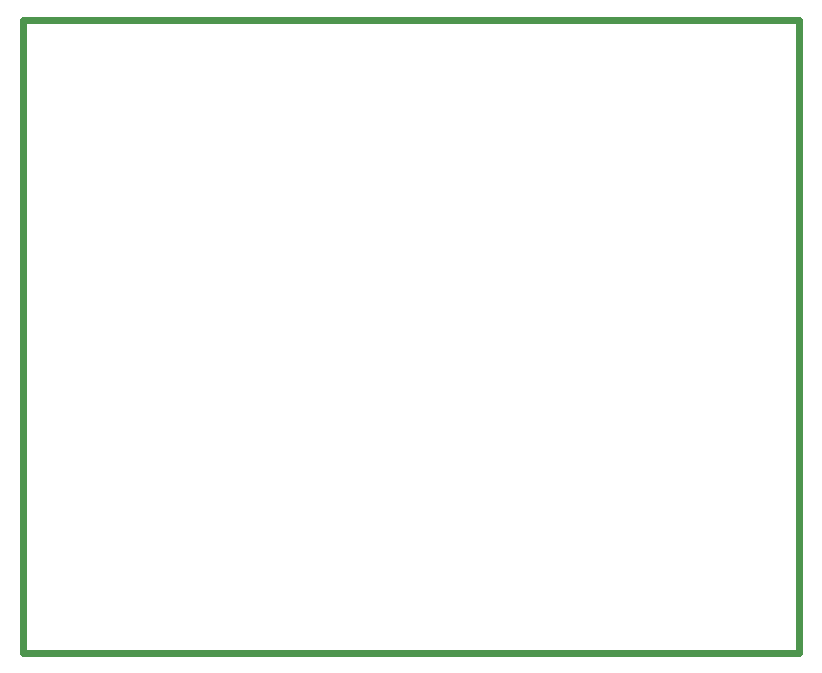
<source format=gko>
G75*
%MOIN*%
%OFA0B0*%
%FSLAX25Y25*%
%IPPOS*%
%LPD*%
%AMOC8*
5,1,8,0,0,1.08239X$1,22.5*
%
%ADD10C,0.02400*%
D10*
X0002200Y0011253D02*
X0002200Y0222464D01*
X0260901Y0222464D01*
X0260901Y0011253D01*
X0002200Y0011253D01*
M02*

</source>
